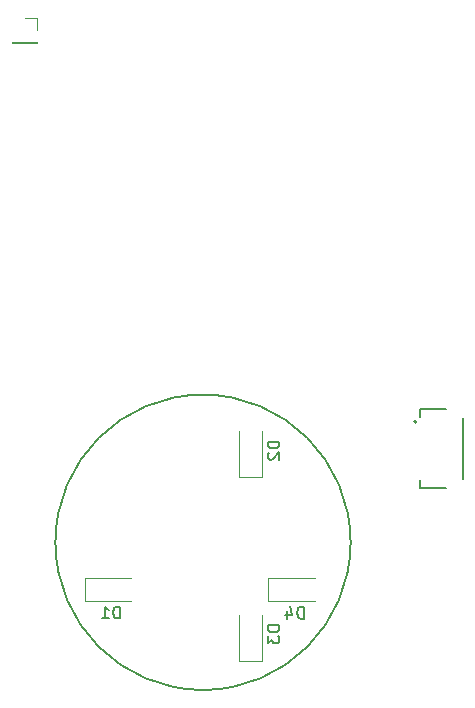
<source format=gbr>
%TF.GenerationSoftware,KiCad,Pcbnew,(6.0.4)*%
%TF.CreationDate,2022-10-14T21:27:48-05:00*%
%TF.ProjectId,Joystick-DPAD,4a6f7973-7469-4636-9b2d-445041442e6b,rev?*%
%TF.SameCoordinates,Original*%
%TF.FileFunction,Legend,Bot*%
%TF.FilePolarity,Positive*%
%FSLAX46Y46*%
G04 Gerber Fmt 4.6, Leading zero omitted, Abs format (unit mm)*
G04 Created by KiCad (PCBNEW (6.0.4)) date 2022-10-14 21:27:48*
%MOMM*%
%LPD*%
G01*
G04 APERTURE LIST*
%ADD10C,0.200000*%
%ADD11C,0.150000*%
%ADD12C,0.120000*%
%ADD13C,0.127000*%
G04 APERTURE END LIST*
D10*
X155570000Y-124840000D02*
G75*
G03*
X155570000Y-124840000I-12500000J0D01*
G01*
D11*
%TO.C,D3*%
X149532380Y-131881904D02*
X148532380Y-131881904D01*
X148532380Y-132120000D01*
X148580000Y-132262857D01*
X148675238Y-132358095D01*
X148770476Y-132405714D01*
X148960952Y-132453333D01*
X149103809Y-132453333D01*
X149294285Y-132405714D01*
X149389523Y-132358095D01*
X149484761Y-132262857D01*
X149532380Y-132120000D01*
X149532380Y-131881904D01*
X148532380Y-132786666D02*
X148532380Y-133405714D01*
X148913333Y-133072380D01*
X148913333Y-133215238D01*
X148960952Y-133310476D01*
X149008571Y-133358095D01*
X149103809Y-133405714D01*
X149341904Y-133405714D01*
X149437142Y-133358095D01*
X149484761Y-133310476D01*
X149532380Y-133215238D01*
X149532380Y-132929523D01*
X149484761Y-132834285D01*
X149437142Y-132786666D01*
%TO.C,D2*%
X149532380Y-116311904D02*
X148532380Y-116311904D01*
X148532380Y-116550000D01*
X148580000Y-116692857D01*
X148675238Y-116788095D01*
X148770476Y-116835714D01*
X148960952Y-116883333D01*
X149103809Y-116883333D01*
X149294285Y-116835714D01*
X149389523Y-116788095D01*
X149484761Y-116692857D01*
X149532380Y-116550000D01*
X149532380Y-116311904D01*
X148627619Y-117264285D02*
X148580000Y-117311904D01*
X148532380Y-117407142D01*
X148532380Y-117645238D01*
X148580000Y-117740476D01*
X148627619Y-117788095D01*
X148722857Y-117835714D01*
X148818095Y-117835714D01*
X148960952Y-117788095D01*
X149532380Y-117216666D01*
X149532380Y-117835714D01*
%TO.C,D4*%
X151598095Y-131292380D02*
X151598095Y-130292380D01*
X151360000Y-130292380D01*
X151217142Y-130340000D01*
X151121904Y-130435238D01*
X151074285Y-130530476D01*
X151026666Y-130720952D01*
X151026666Y-130863809D01*
X151074285Y-131054285D01*
X151121904Y-131149523D01*
X151217142Y-131244761D01*
X151360000Y-131292380D01*
X151598095Y-131292380D01*
X150169523Y-130625714D02*
X150169523Y-131292380D01*
X150407619Y-130244761D02*
X150645714Y-130959047D01*
X150026666Y-130959047D01*
%TO.C,D1*%
X136028095Y-131282380D02*
X136028095Y-130282380D01*
X135790000Y-130282380D01*
X135647142Y-130330000D01*
X135551904Y-130425238D01*
X135504285Y-130520476D01*
X135456666Y-130710952D01*
X135456666Y-130853809D01*
X135504285Y-131044285D01*
X135551904Y-131139523D01*
X135647142Y-131234761D01*
X135790000Y-131282380D01*
X136028095Y-131282380D01*
X134504285Y-131282380D02*
X135075714Y-131282380D01*
X134790000Y-131282380D02*
X134790000Y-130282380D01*
X134885238Y-130425238D01*
X134980476Y-130520476D01*
X135075714Y-130568095D01*
D12*
%TO.C,REF\u002A\u002A*%
X129020000Y-82530000D02*
X126900000Y-82530000D01*
X126900000Y-82470000D02*
X126900000Y-82530000D01*
X129020000Y-82470000D02*
X126900000Y-82470000D01*
X129020000Y-80410000D02*
X127960000Y-80410000D01*
X129020000Y-81470000D02*
X129020000Y-80410000D01*
X129020000Y-82470000D02*
X129020000Y-82530000D01*
D13*
%TO.C,J1*%
X161470000Y-119590000D02*
X161470000Y-120240000D01*
X161470000Y-114190000D02*
X161470000Y-113540000D01*
X161470000Y-120240000D02*
X163670000Y-120240000D01*
X161470000Y-113540000D02*
X163670000Y-113540000D01*
X165070000Y-114290000D02*
X165070000Y-119490000D01*
D10*
X161135000Y-114635000D02*
G75*
G03*
X161135000Y-114635000I-100000J0D01*
G01*
D12*
%TO.C,D3*%
X148080000Y-134870000D02*
X148080000Y-130970000D01*
X146080000Y-134870000D02*
X146080000Y-130970000D01*
X148080000Y-134870000D02*
X146080000Y-134870000D01*
%TO.C,D2*%
X148080000Y-119300000D02*
X146080000Y-119300000D01*
X148080000Y-119300000D02*
X148080000Y-115400000D01*
X146080000Y-119300000D02*
X146080000Y-115400000D01*
%TO.C,D4*%
X148610000Y-127840000D02*
X152510000Y-127840000D01*
X148610000Y-129840000D02*
X152510000Y-129840000D01*
X148610000Y-129840000D02*
X148610000Y-127840000D01*
%TO.C,D1*%
X133040000Y-129830000D02*
X136940000Y-129830000D01*
X133040000Y-127830000D02*
X136940000Y-127830000D01*
X133040000Y-129830000D02*
X133040000Y-127830000D01*
%TD*%
M02*

</source>
